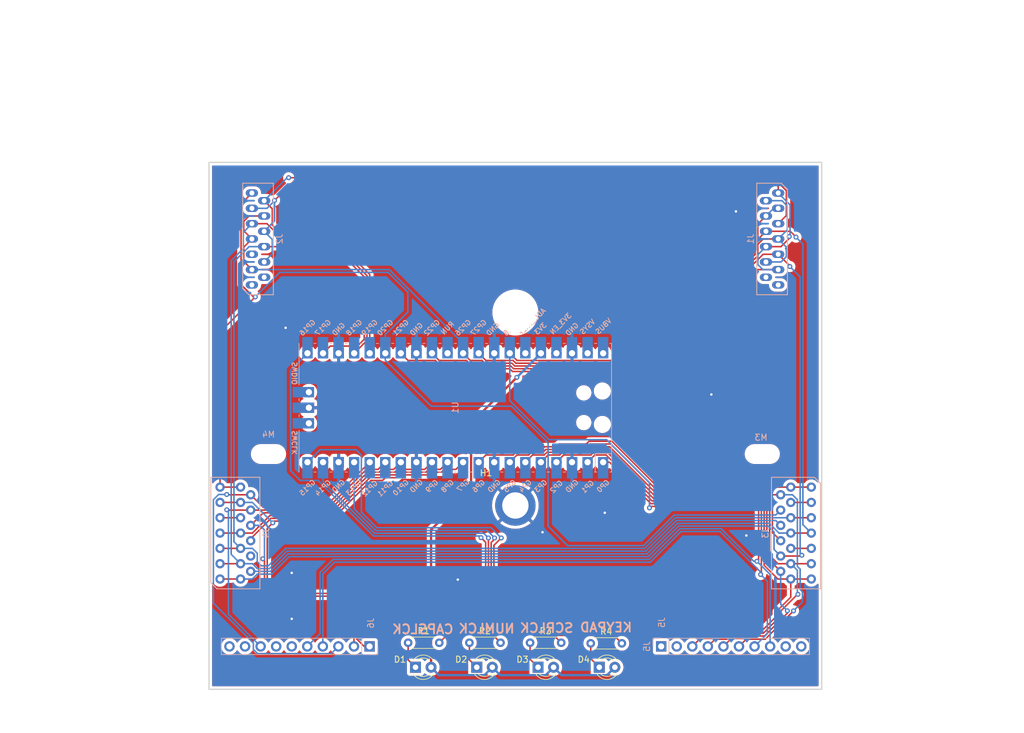
<source format=kicad_pcb>
(kicad_pcb (version 20211014) (generator pcbnew)
  (layers (0 "F.Cu" signal) (31 "B.Cu" signal) (34 "B.Paste" user) (35 "F.Paste" user) (36 "B.SilkS" user "B.Silkscreen") (37 "F.SilkS" user "F.Silkscreen") (38 "B.Mask" user) (39 "F.Mask" user) (44 "Edge.Cuts" user))
  (net 0 "")
  (net 1 "Net-(D1-Pad1)")
  (net 2 "/3V3")
  (net 3 "Net-(D2-Pad1)")
  (net 4 "Net-(D3-Pad1)")
  (net 5 "Net-(D4-Pad1)")
  (net 8 "/ROW_F1")
  (net 9 "/ROW_F2")
  (net 10 "/COL_4")
  (net 11 "/COL_3")
  (net 12 "/ROW_ESC")
  (net 13 "/COL_5")
  (net 14 "/COL_0")
  (net 15 "/COL_2")
  (net 16 "/COL_1")
  (net 20 "/ROW_6")
  (net 21 "/ROW_8")
  (net 22 "/ROW_7")
  (net 23 "unconnected-(J3-Pad9)")
  (net 24 "/ROW_MIN")
  (net 25 "unconnected-(J3-Pad3)")
  (net 26 "/ROW_9")
  (net 27 "/ROW_0")
  (net 28 "/ROW_5")
  (net 29 "/ROW_4")
  (net 30 "/ROW_3")
  (net 31 "unconnected-(J4-Pad9)")
  (net 32 "/ROW_2")
  (net 33 "/ROW_1")
  (net 34 "/ROW_EQL")
  (net 38 "/COL_6")
  (net 42 "GND")
  (net 46 "/LED_CAPS_LOCK")
  (net 47 "/LED_NUM_LOCK")
  (net 48 "/LED_SCROLL_LOCK")
  (net 49 "/LED_KEYPAD")
  (footprint "LED_THT:LED_D3.0mm" (layer "F.Cu") (at 133.7 132.4)
    (fp_text reference "D1")
    (fp_text value "LED_ALT")
  )
  (footprint "LED_THT:LED_D3.0mm" (layer "F.Cu") (at 143.7 132.4)
    (fp_text reference "D2")
    (fp_text value "LED_ALT")
  )
  (footprint "LED_THT:LED_D3.0mm" (layer "F.Cu") (at 153.7 132.4)
    (fp_text reference "D3")
    (fp_text value "LED_ALT")
  )
  (footprint "LED_THT:LED_D3.0mm" (layer "F.Cu") (at 163.7 132.4)
    (fp_text reference "D4")
    (fp_text value "LED_ALT")
  )
  (footprint "Resistor_THT:R_Axial_DIN0204_L3.6mm_D1.6mm_P5.08mm_Horizontal" (layer "F.Cu") (at 132.5 128.4)
    (fp_text reference "R1")
    (fp_text value "R_US")
  )
  (footprint "Resistor_THT:R_Axial_DIN0204_L3.6mm_D1.6mm_P5.08mm_Horizontal" (layer "F.Cu") (at 142.5 128.4)
    (fp_text reference "R2")
    (fp_text value "R_US")
  )
  (footprint "Resistor_THT:R_Axial_DIN0204_L3.6mm_D1.6mm_P5.08mm_Horizontal" (layer "F.Cu") (at 152.4 128.4)
    (fp_text reference "R3")
    (fp_text value "R_US")
  )
  (footprint "Resistor_THT:R_Axial_DIN0204_L3.6mm_D1.6mm_P5.08mm_Horizontal" (layer "F.Cu") (at 162.3 128.5)
    (fp_text reference "R4")
    (fp_text value "R_US")
  )
  (footprint "MountingHole:MountingHole_4.3mm_M4_Pad" (layer "F.Cu") (at 150 106)
    (fp_text reference "H1")
    (fp_text value "mounting pad")
  )
  (footprint "kinesisMod_board_connectors:Molex_0039532135" (layer "B.Cu") (at 191.9 62.5 -90)
    (fp_text reference "J1")
    (fp_text value "Conn_01x13")
  )
  (footprint "kinesisMod_board_connectors:Molex_0039532135" (layer "B.Cu") (at 108 62.5 90)
    (fp_text reference "J2")
    (fp_text value "Conn_01x13")
  )
  (footprint "kinesisMod_board_connectors:Molex_039532134" (layer "B.Cu") (at 195.8 110.5 -90)
    (fp_text reference "J3")
    (fp_text value "Conn_01x13")
  )
  (footprint "kinesisMod_board_connectors:Molex_039532134" (layer "B.Cu") (at 104.3 110.5 90)
    (fp_text reference "J4")
    (fp_text value "Conn_01x13")
  )
  (footprint "Pin_Headers:Pin_Header_Straight_1x10_Pitch2.54mm" (layer "B.Cu") (at 173.8 129 -90)
    (fp_text reference "J5")
    (fp_text value "Conn_01x10")
  )
  (footprint "Pin_Headers:Pin_Header_Straight_1x10_Pitch2.54mm" (layer "B.Cu") (at 126.2 129 90)
    (fp_text reference "J6")
    (fp_text value "Conn_01x10")
  )
  (footprint "Mounting_Holes:MountingHole_6.4mm_M6" (layer "B.Cu") (at 150 74.5)
    (fp_text reference "M1" hide)
    (fp_text value "MountingHole_6.4mm_M6")
  )
  (footprint "MountingHole:MountingHole_4.3mm_M4" (layer "B.Cu") (at 109.7 97.6)
    (fp_text reference "M4")
    (fp_text value "MountingHole_4.3mm_M4")
  )
  (footprint "MountingHole:MountingHole_4.3mm_M4" (layer "B.Cu") (at 190.3 97.6)
    (fp_text reference "M3")
    (fp_text value "MountingHole_4.3mm_M4")
  )
  (footprint "MCU_RaspberryPi_and_Boards:RPi_Pico_SMD_TH" (layer "B.Cu") (at 140.199 90.043 90)
    (fp_text reference "U1")
    (fp_text value "Pico")
  )
  (gr_line (start 100 136) (end 200 136) (layer "Edge.Cuts") (width 0.2))
  (gr_line (start 200 50) (end 100 50) (layer "Edge.Cuts") (width 0.2))
  (gr_line (start 200 136) (end 200 50) (layer "Edge.Cuts") (width 0.2))
  (gr_line (start 100 136) (end 100 50) (layer "Edge.Cuts") (width 0.2))
  (gr_text "NUMLCK" (at 145.3 126.1) (layer "B.SilkS") (effects (font (size 1.5 1.5) (thickness 0.3)) (justify mirror)))
  (gr_text "KEYPAD" (at 164.8 125.9) (layer "B.SilkS") (effects (font (size 1.5 1.5) (thickness 0.3)) (justify mirror)))
  (gr_text "CAPSLCK" (at 134.9 126.2) (layer "B.SilkS") (effects (font (size 1.5 1.5) (thickness 0.3)) (justify mirror)))
  (gr_text "SCRLCK" (at 155.1 126) (layer "B.SilkS") (effects (font (size 1.5 1.5) (thickness 0.3)) (justify mirror)))
  (segment (start 132.5 131.2) (end 133.7 132.4) (width 0.25) (layer "F.Cu") (net 1))
  (segment (start 132.5 128.4) (end 132.5 131.2) (width 0.25) (layer "F.Cu") (net 1))
  (segment (start 142.771989 103.428011) (end 142.771989 92.559011) (width 0.375) (layer "F.Cu") (net 2))
  (segment (start 136.24 109.96) (end 142.771989 103.428011) (width 0.375) (layer "F.Cu") (net 2))
  (segment (start 142.771989 92.559011) (end 146.431 88.9) (width 0.375) (layer "F.Cu") (net 2))
  (segment (start 136.24 132.4) (end 136.24 109.96) (width 0.375) (layer "F.Cu") (net 2))
  (segment (start 146.431 88.9) (end 150.241 85.09) (width 0.375) (layer "F.Cu") (net 2))
  (via (at 150.241 85.09) (size 0.8) (drill 0.4) (layers "F.Cu" "B.Cu") (net 2))
  (segment (start 146.24 132.4) (end 147.527011 133.687011) (width 0.375) (layer "B.Cu") (net 2))
  (segment (start 147.527011 133.687011) (end 154.952989 133.687011) (width 0.375) (layer "B.Cu") (net 2))
  (segment (start 157.527011 133.687011) (end 164.952989 133.687011) (width 0.375) (layer "B.Cu") (net 2))
  (segment (start 150.241 85.081) (end 154.169 81.153) (width 0.375) (layer "B.Cu") (net 2))
  (segment (start 154.952989 133.687011) (end 156.24 132.4) (width 0.375) (layer "B.Cu") (net 2))
  (segment (start 144.952989 133.687011) (end 146.24 132.4) (width 0.375) (layer "B.Cu") (net 2))
  (segment (start 136.24 132.4) (end 137.527011 133.687011) (width 0.375) (layer "B.Cu") (net 2))
  (segment (start 150.241 85.09) (end 150.241 85.081) (width 0.375) (layer "B.Cu") (net 2))
  (segment (start 164.952989 133.687011) (end 166.24 132.4) (width 0.375) (layer "B.Cu") (net 2))
  (segment (start 156.24 132.4) (end 157.527011 133.687011) (width 0.375) (layer "B.Cu") (net 2))
  (segment (start 137.527011 133.687011) (end 144.952989 133.687011) (width 0.375) (layer "B.Cu") (net 2))
  (segment (start 142.5 128.4) (end 142.5 131.2) (width 0.25) (layer "F.Cu") (net 3))
  (segment (start 142.5 131.2) (end 143.7 132.4) (width 0.25) (layer "F.Cu") (net 3))
  (segment (start 152.4 131.1) (end 153.7 132.4) (width 0.25) (layer "F.Cu") (net 4))
  (segment (start 152.4 128.4) (end 152.4 131.1) (width 0.25) (layer "F.Cu") (net 4))
  (segment (start 162.3 128.5) (end 162.3 131) (width 0.25) (layer "F.Cu") (net 5))
  (segment (start 162.3 131) (end 163.7 132.4) (width 0.25) (layer "F.Cu") (net 5))
  (segment (start 172.99408 71.991792) (end 172.99408 80.373792) (width 0.25) (layer "F.Cu") (net 8))
  (segment (start 141.821597 82.777031) (end 137.377314 82.777031) (width 0.25) (layer "F.Cu") (net 8))
  (segment (start 172.99408 80.373792) (end 169.242277 84.125591) (width 0.25) (layer "F.Cu") (net 8))
  (segment (start 144.624919 83.676071) (end 144.175399 83.226551) (width 0.25) (layer "F.Cu") (net 8))
  (segment (start 136.927794 82.327511) (end 132.483511 82.327511) (width 0.25) (layer "F.Cu") (net 8))
  (segment (start 132.483511 82.327511) (end 131.309 81.153) (width 0.25) (layer "F.Cu") (net 8))
  (segment (start 192.9 67.5) (end 177.485872 67.5) (width 0.25) (layer "F.Cu") (net 8))
  (segment (start 192.9 53.92825) (end 191.92127 52.94952) (width 0.25) (layer "F.Cu") (net 8))
  (segment (start 177.485872 67.5) (end 172.99408 71.991792) (width 0.25) (layer "F.Cu") (net 8))
  (segment (start 192.9 55) (end 192.9 53.92825) (width 0.25) (layer "F.Cu") (net 8))
  (segment (start 137.377314 82.777031) (end 136.927794 82.327511) (width 0.25) (layer "F.Cu") (net 8))
  (segment (start 191.92127 52.94952) (end 113.95048 52.94952) (width 0.25) (layer "F.Cu") (net 8))
  (segment (start 194.7 62.407468) (end 194.7 62.1) (width 0.25) (layer "F.Cu") (net 8))
  (segment (start 193.357468 63.75) (end 194.7 62.407468) (width 0.25) (layer "F.Cu") (net 8))
  (segment (start 144.175399 83.226551) (end 142.271117 83.226551) (width 0.25) (layer "F.Cu") (net 8))
  (segment (start 142.271117 83.226551) (end 141.821597 82.777031) (width 0.25) (layer "F.Cu") (net 8))
  (segment (start 149.069202 83.676071) (end 144.624919 83.676071) (width 0.25) (layer "F.Cu") (net 8))
  (segment (start 169.242277 84.125591) (end 149.518722 84.125591) (width 0.25) (layer "F.Cu") (net 8))
  (segment (start 113.95048 52.94952) (end 110.7 56.2) (width 0.25) (layer "F.Cu") (net 8))
  (segment (start 190.9 63.75) (end 193.357468 63.75) (width 0.25) (layer "F.Cu") (net 8))
  (segment (start 149.518722 84.125591) (end 149.069202 83.676071) (width 0.25) (layer "F.Cu") (net 8))
  (via (at 110.7 56.2) (size 0.8) (drill 0.4) (layers "F.Cu" "B.Cu") (net 8))
  (via (at 194.7 62.1) (size 0.8) (drill 0.4) (layers "F.Cu" "B.Cu") (net 8))
  (segment (start 189.57548 65.07452) (end 189.57548 66.67548) (width 0.25) (layer "B.Cu") (net 8))
  (segment (start 109 61.25) (end 110.32452 62.57452) (width 0.25) (layer "B.Cu") (net 8))
  (segment (start 107 57.5) (end 109.457468 57.5) (width 0.25) (layer "B.Cu") (net 8))
  (segment (start 189.57548 66.67548) (end 190.4 67.5) (width 0.25) (layer "B.Cu") (net 8))
  (segment (start 110.32452 62.57452) (end 110.32452 64.92548) (width 0.25) (layer "B.Cu") (net 8))
  (segment (start 194.831661 56.931661) (end 192.9 55) (width 0.25) (layer "B.Cu") (net 8))
  (segment (start 190.4 67.5) (end 192.9 67.5) (width 0.25) (layer "B.Cu") (net 8))
  (segment (start 109 61.25) (end 110.5 59.75) (width 0.25) (layer "B.Cu") (net 8))
  (segment (start 109.457468 57.5) (end 110.7 56.257468) (width 0.25) (layer "B.Cu") (net 8))
  (segment (start 194.7 62.1) (end 194.831661 61.968339) (width 0.25) (layer "B.Cu") (net 8))
  (segment (start 190.9 63.75) (end 189.57548 65.07452) (width 0.25) (layer "B.Cu") (net 8))
  (segment (start 194.831661 61.968339) (end 194.831661 56.931661) (width 0.25) (layer "B.Cu") (net 8))
  (segment (start 110.32452 64.92548) (end 109 66.25) (width 0.25) (layer "B.Cu") (net 8))
  (segment (start 110.5 59.75) (end 110.7 59.55) (width 0.25) (layer "B.Cu") (net 8))
  (segment (start 110.7 56.257468) (end 110.7 56.2) (width 0.25) (layer "B.Cu") (net 8))
  (segment (start 110.7 59.55) (end 110.7 56.2) (width 0.25) (layer "B.Cu") (net 8))
  (segment (start 107 62.5) (end 105.67548 63.82452) (width 0.25) (layer "F.Cu") (net 9))
  (segment (start 190.442532 62.5) (end 189.571266 63.371266) (width 0.25) (layer "F.Cu") (net 9))
  (segment (start 105.67548 61.17548) (end 107 62.5) (width 0.25) (layer "F.Cu") (net 9))
  (segment (start 168.869883 83.226551) (end 149.891116 83.226551) (width 0.25) (layer "F.Cu") (net 9))
  (segment (start 149.441596 82.777031) (end 144.997313 82.777031) (width 0.25) (layer "F.Cu") (net 9))
  (segment (start 105.67548 63.82452) (end 105.67548 66.17548) (width 0.25) (layer "F.Cu") (net 9))
  (segment (start 172.09504 71.619396) (end 172.09504 80.001396) (width 0.25) (layer "F.Cu") (net 9))
  (segment (start 142.643511 82.327511) (end 141.469 81.153) (width 0.25) (layer "F.Cu") (net 9))
  (segment (start 149.891116 83.226551) (end 149.441596 82.777031) (width 0.25) (layer "F.Cu") (net 9))
  (segment (start 188.205854 66.60096) (end 177.113476 66.60096) (width 0.25) (layer "F.Cu") (net 9))
  (segment (start 144.547793 82.327511) (end 142.643511 82.327511) (width 0.25) (layer "F.Cu") (net 9))
  (segment (start 106.542532 58.75) (end 105.67548 59.617052) (width 0.25) (layer "F.Cu") (net 9))
  (segment (start 105.67548 59.617052) (end 105.67548 61.17548) (width 0.25) (layer "F.Cu") (net 9))
  (segment (start 189.571266 63.371266) (end 189.571266 65.235548) (width 0.25) (layer "F.Cu") (net 9))
  (segment (start 192.9 62.5) (end 190.442532 62.5) (width 0.25) (layer "F.Cu") (net 9))
  (segment (start 177.113476 66.60096) (end 172.09504 71.619396) (width 0.25) (layer "F.Cu") (net 9))
  (segment (start 105.67548 66.17548) (end 107 67.5) (width 0.25) (layer "F.Cu") (net 9))
  (segment (start 144.997313 82.777031) (end 144.547793 82.327511) (width 0.25) (layer "F.Cu") (net 9))
  (segment (start 189.571266 65.235548) (end 188.205854 66.60096) (width 0.25) (layer "F.Cu") (net 9))
  (segment (start 172.09504 80.001396) (end 168.869883 83.226551) (width 0.25) (layer "F.Cu") (net 9))
  (segment (start 109 58.75) (end 106.542532 58.75) (width 0.25) (layer "F.Cu") (net 9))
  (segment (start 194.22452 65.382948) (end 194.22452 63.82452) (width 0.25) (layer "B.Cu") (net 9))
  (segment (start 190.9 66.25) (end 193.357468 66.25) (width 0.25) (layer "B.Cu") (net 9))
  (segment (start 193.357468 66.25) (end 194.22452 65.382948) (width 0.25) (layer "B.Cu") (net 9))
  (segment (start 194.382141 61.017859) (end 194.382141 57.117859) (width 0.25) (layer "B.Cu") (net 9))
  (segment (start 194.22452 63.82452) (end 192.9 62.5) (width 0.25) (layer "B.Cu") (net 9))
  (segment (start 122.873 67.5) (end 129.425022 67.5) (width 0.25) (layer "B.Cu") (net 9))
  (segment (start 194.382141 57.117859) (end 193.514282 56.25) (width 0.25) (layer "B.Cu") (net 9))
  (segment (start 193.514282 56.25) (end 190.9 56.25) (width 0.25) (layer "B.Cu") (net 9))
  (segment (start 192.9 62.5) (end 194.382141 61.017859) (width 0.25) (layer "B.Cu") (net 9))
  (segment (start 129.425022 67.5) (end 141.469 79.543978) (width 0.25) (layer "B.Cu") (net 9))
  (segment (start 107 67.5) (end 122.873 67.5) (width 0.25) (layer "B.Cu") (net 9))
  (segment (start 141.469 79.543978) (end 141.469 81.153) (width 0.25) (layer "B.Cu") (net 9))
  (segment (start 169.05608 83.676071) (end 149.704919 83.676071) (width 0.25) (layer "F.Cu") (net 10))
  (segment (start 172.54456 71.805594) (end 172.54456 80.187594) (width 0.25) (layer "F.Cu") (net 10))
  (segment (start 144.361596 82.777031) (end 142.457314 82.777031) (width 0.25) (layer "F.Cu") (net 10))
  (segment (start 192.9 65) (end 194.8 66.9) (width 0.25) (layer "F.Cu") (net 10))
  (segment (start 188.392052 67.05048) (end 177.299674 67.05048) (width 0.25) (layer "F.Cu") (net 10))
  (segment (start 144.811116 83.226551) (end 144.361596 82.777031) (width 0.25) (layer "F.Cu") (net 10))
  (segment (start 142.457314 82.777031) (end 142.007794 82.327511) (width 0.25) (layer "F.Cu") (net 10))
  (segment (start 177.299674 67.05048) (end 172.54456 71.805594) (width 0.25) (layer "F.Cu") (net 10))
  (segment (start 192.9 65) (end 190.442532 65) (width 0.25) (layer "F.Cu") (net 10))
  (segment (start 142.007794 82.327511) (end 137.563511 82.327511) (width 0.25) (layer "F.Cu") (net 10))
  (segment (start 194.8 66.9) (end 194.8 67) (width 0.25) (layer "F.Cu") (net 10))
  (segment (start 196.62498 114.25) (end 193.3 114.25) (width 0.25) (layer "F.Cu") (net 10))
  (segment (start 190.442532 65) (end 188.392052 67.05048) (width 0.25) (layer "F.Cu") (net 10))
  (segment (start 149.255399 83.226551) (end 144.811116 83.226551) (width 0.25) (layer "F.Cu") (net 10))
  (segment (start 172.54456 80.187594) (end 169.05608 83.676071) (width 0.25) (layer "F.Cu") (net 10))
  (segment (start 101.8 118) (end 105.15 118) (width 0.25) (layer "F.Cu") (net 10))
  (segment (start 137.563511 82.327511) (end 136.389 81.153) (width 0.25) (layer "F.Cu") (net 10))
  (segment (start 196.754611 114.120369) (end 196.62498 114.25) (width 0.25) (layer "F.Cu") (net 10))
  (segment (start 149.704919 83.676071) (end 149.255399 83.226551) (width 0.25) (layer "F.Cu") (net 10))
  (via (at 194.8 67) (size 0.8) (drill 0.4) (layers "F.Cu" "B.Cu") (net 10))
  (via (at 196.754611 114.120369) (size 0.8) (drill 0.4) (layers "F.Cu" "B.Cu") (net 10))
  (segment (start 196.479631 113.845389) (end 196.479631 68.679631) (width 0.25) (layer "B.Cu") (net 10))
  (segment (start 192.219889 113.169889) (end 192.219889 110.333116) (width 0.25) (layer "B.Cu") (net 10))
  (segment (start 171.658595 114.348559) (end 113.087159 114.348559) (width 0.25) (layer "B.Cu") (net 10))
  (segment (start 193.3 114.25) (end 192.219889 113.169889) (width 0.25) (layer "B.Cu") (net 10))
  (segment (start 196.754611 114.120369) (end 196.479631 113.845389) (width 0.25) (layer "B.Cu") (net 10))
  (segment (start 196.479631 68.679631) (end 194.8 67) (width 0.25) (layer "B.Cu") (net 10))
  (segment (start 192.219889 110.333116) (end 191.235333 109.34856) (width 0.25) (layer "B.Cu") (net 10))
  (segment (start 176.658594 109.34856) (end 171.658595 114.348559) (width 0.25) (layer "B.Cu") (net 10))
  (segment (start 107.877989 117.19952) (end 107.077509 118) (width 0.25) (layer "B.Cu") (net 10))
  (segment (start 107.077509 118) (end 105.15 118) (width 0.25) (layer "B.Cu") (net 10))
  (segment (start 113.087159 114.348559) (end 110.236197 117.19952) (width 0.25) (layer "B.Cu") (net 10))
  (segment (start 110.236197 117.19952) (end 107.877989 117.19952) (width 0.25) (layer "B.Cu") (net 10))
  (segment (start 191.235333 109.34856) (end 176.658594 109.34856) (width 0.25) (layer "B.Cu") (net 10))
  (segment (start 149.627793 82.327511) (end 145.183511 82.327511) (width 0.25) (layer "F.Cu") (net 11))
  (segment (start 190.9 61.25) (end 194.874614 61.25) (width 0.25) (layer "F.Cu") (net 11))
  (segment (start 195.8 62.175386) (end 195.8 62.2) (width 0.25) (layer "F.Cu") (net 11))
  (segment (start 176.927278 66.15144) (end 171.64552 71.433198) (width 0.25) (layer "F.Cu") (net 11))
  (segment (start 189.121746 63.028254) (end 189.121746 65.04935) (width 0.25) (layer "F.Cu") (net 11))
  (segment (start 194.95 110.5) (end 198.3 110.5) (width 0.25) (layer "F.Cu") (net 11))
  (segment (start 194.874614 61.25) (end 195.8 62.175386) (width 0.25) (layer "F.Cu") (net 11))
  (segment (start 189.121746 65.04935) (end 188.019656 66.15144) (width 0.25) (layer "F.Cu") (net 11))
  (segment (start 190.9 61.25) (end 189.121746 63.028254) (width 0.25) (layer "F.Cu") (net 11))
  (segment (start 150.077313 82.777031) (end 149.627793 82.327511) (width 0.25) (layer "F.Cu") (net 11))
  (segment (start 168.683686 82.777031) (end 150.077313 82.777031) (width 0.25) (layer "F.Cu") (net 11))
  (segment (start 145.183511 82.327511) (end 144.009 81.153) (width 0.25) (layer "F.Cu") (net 11))
  (segment (start 171.64552 71.433198) (end 171.64552 79.815198) (width 0.25) (layer "F.Cu") (net 11))
  (segment (start 188.019656 66.15144) (end 176.927278 66.15144) (width 0.25) (layer "F.Cu") (net 11))
  (segment (start 171.64552 79.815198) (end 168.683686 82.777031) (width 0.25) (layer "F.Cu") (net 11))
  (via (at 195.8 62.2) (size 0.8) (drill 0.4) (layers "F.Cu" "B.Cu") (net 11))
  (segment (start 198.3 110.5) (end 196.929151 109.129151) (width 0.25) (layer "B.Cu") (net 11))
  (segment (start 176.472396 108.89904) (end 191.421531 108.89904) (width 0.25) (layer "B.Cu") (net 11))
  (segment (start 171.472394 113.89904) (end 176.472396 108.89904) (width 0.25) (layer "B.Cu") (net 11))
  (segment (start 196.929151 109.129151) (end 196.929151 63.329151) (width 0.25) (layer "B.Cu") (net 11))
  (segment (start 191.421531 108.89904) (end 193.022491 110.5) (width 0.25) (layer "B.Cu") (net 11))
  (segment (start 112.90096 113.89904) (end 171.472394 113.89904) (width 0.25) (layer "B.Cu") (net 11))
  (segment (start 196.929151 63.329151) (end 195.8 62.2) (width 0.25) (layer "B.Cu") (net 11))
  (segment (start 193.022491 110.5) (end 194.95 110.5) (width 0.25) (layer "B.Cu") (net 11))
  (segment (start 110.05 116.75) (end 112.90096 113.89904) (width 0.25) (layer "B.Cu") (net 11))
  (segment (start 106.8 116.75) (end 110.05 116.75) (width 0.25) (layer "B.Cu") (net 11))
  (segment (start 192.107468 52.5) (end 113 52.5) (width 0.25) (layer "F.Cu") (net 12))
  (segment (start 110.32452 60.17548) (end 110.32452 57.57452) (width 0.25) (layer "F.Cu") (net 12))
  (segment (start 110.296593 60.203407) (end 110.32452 60.17548) (width 0.25) (layer "F.Cu") (net 12))
  (segment (start 126.229 81.153) (end 126.229 68.298564) (width 0.25) (layer "F.Cu") (net 12))
  (segment (start 194.22452 54.617052) (end 192.107468 52.5) (width 0.25) (layer "F.Cu") (net 12))
  (segment (start 126.229 68.298564) (end 120.781396 62.85096) (width 0.25) (layer "F.Cu") (net 12))
  (segment (start 192.9 60) (end 194.22452 58.67548) (width 0.25) (layer "F.Cu") (net 12))
  (segment (start 112.944146 62.85096) (end 110.296593 60.203407) (width 0.25) (layer "F.Cu") (net 12))
  (segment (start 120.781396 62.85096) (end 112.944146 62.85096) (width 0.25) (layer "F.Cu") (net 12))
  (segment (start 194.22452 58.67548) (end 194.22452 54.617052) (width 0.25) (layer "F.Cu") (net 12))
  (segment (start 110.32452 57.57452) (end 109 56.25) (width 0.25) (layer "F.Cu") (net 12))
  (via (at 113 52.5) (size 0.8) (drill 0.4) (layers "F.Cu" "B.Cu") (net 12))
  (segment (start 109 56.25) (end 112.75 52.5) (width 0.25) (layer "B.Cu") (net 12))
  (segment (start 112.75 52.5) (end 113 52.5) (width 0.25) (layer "B.Cu") (net 12))
  (segment (start 189.57548 60.07452) (end 189.57548 61.938802) (width 0.25) (layer "F.Cu") (net 13))
  (segment (start 188.672226 62.842056) (end 188.672226 64.863152) (width 0.25) (layer "F.Cu") (net 13))
  (segment (start 189.70096 106.67955) (end 189.70096 114.82502) (width 0.25) (layer "F.Cu") (net 13))
  (segment (start 150.263511 82.327511) (end 149.089 81.153) (width 0.25) (layer "F.Cu") (net 13))
  (segment (start 189.16805 106.14664) (end 172.123428 106.14664) (width 0.25) (layer "F.Cu") (net 13))
  (segment (start 188.672226 64.863152) (end 187.833458 65.70192) (width 0.25) (layer "F.Cu") (net 13))
  (segment (start 172.123428 106.14664) (end 171.886551 106.383517) (width 0.25) (layer "F.Cu") (net 13))
  (segment (start 168.497489 82.327511) (end 150.263511 82.327511) (width 0.25) (layer "F.Cu") (net 13))
  (segment (start 189.57548 61.938802) (end 188.672226 62.842056) (width 0.25) (layer "F.Cu") (net 13))
  (segment (start 176.74108 65.70192) (end 171.196 71.247) (width 0.25) (layer "F.Cu") (net 13))
  (segment (start 171.196 71.247) (end 171.196 79.629) (width 0.25) (layer "F.Cu") (net 13))
  (segment (start 190.9 58.75) (end 189.57548 60.07452) (width 0.25) (layer "F.Cu") (net 13))
  (segment (start 171.196 79.629) (end 168.497489 82.327511) (width 0.25) (layer "F.Cu") (net 13))
  (segment (start 189.16805 106.14664) (end 189.70096 106.67955) (width 0.25) (layer "F.Cu") (net 13))
  (segment (start 189.70096 114.82502) (end 189.42598 115.1) (width 0.25) (layer "F.Cu") (net 13))
  (segment (start 187.833458 65.70192) (end 176.74108 65.70192) (width 0.25) (layer "F.Cu") (net 13))
  (via (at 171.886551 106.383517) (size 0.8) (drill 0.4) (layers "F.Cu" "B.Cu") (net 13))
  (via (at 189.42598 115.1) (size 0.8) (drill 0.4) (layers "F.Cu" "B.Cu") (net 13))
  (segment (start 118.13048 116.933803) (end 120.266204 114.798079) (width 0.25) (layer "B.Cu") (net 13))
  (segment (start 191.58 118.18) (end 191.58 129) (width 0.25) (layer "B.Cu") (net 13))
  (segment (start 118.13048 126.90952) (end 118.13048 116.933803) (width 0.25) (layer "B.Cu") (net 13))
  (segment (start 183.59808 109.79808) (end 188.9 115.1) (width 0.25) (layer "B.Cu") (net 13))
  (segment (start 191.58 117.48) (end 191.58 117.25402) (width 0.25) (layer "B.Cu") (net 13))
  (segment (start 164.878554 95.25) (end 155.448718 95.25) (width 0.25) (layer "B.Cu") (net 13))
  (segment (start 171.886551 102.257997) (end 164.878554 95.25) (width 0.25) (layer "B.Cu") (net 13))
  (segment (start 120.266204 114.798079) (end 171.844792 114.798079) (width 0.25) (layer "B.Cu") (net 13))
  (segment (start 171.886551 106.383517) (end 171.886551 102.257997) (width 0.25) (layer "B.Cu") (net 13))
  (segment (start 155.448718 95.25) (end 149.089 88.890283) (width 0.25) (layer "B.Cu") (net 13))
  (segment (start 188.9 115.1) (end 189.42598 115.1) (width 0.25) (layer "B.Cu") (net 13))
  (segment (start 191.58 118.18) (end 191.58 117.48) (width 0.25) (layer "B.Cu") (net 13))
  (segment (start 149.089 88.890283) (end 149.089 81.153) (width 0.25) (layer "B.Cu") (net 13))
  (segment (start 116.04 129) (end 118.13048 126.90952) (width 0.25) (layer "B.Cu") (net 13))
  (segment (start 192.15 57.5) (end 190.9 58.75) (width 0.25) (layer "B.Cu") (net 13))
  (segment (start 176.844793 109.79808) (end 183.59808 109.79808) (width 0.25) (layer "B.Cu") (net 13))
  (segment (start 192.9 57.5) (end 192.15 57.5) (width 0.25) (layer "B.Cu") (net 13))
  (segment (start 171.844792 114.798079) (end 176.844793 109.79808) (width 0.25) (layer "B.Cu") (net 13))
  (segment (start 191.58 117.25402) (end 189.42598 115.1) (width 0.25) (layer "B.Cu") (net 13))
  (segment (start 105.22596 56.77404) (end 105.22596 69.933428) (width 0.25) (layer "F.Cu") (net 14))
  (segment (start 107 55) (end 105.22596 56.77404) (width 0.25) (layer "F.Cu") (net 14))
  (segment (start 105.22596 69.933428) (end 107.242532 71.95) (width 0.25) (layer "F.Cu") (net 14))
  (segment (start 101.8 77.7) (end 101.8 103) (width 0.25) (layer "F.Cu") (net 14))
  (segment (start 107.55 71.95) (end 101.8 77.7) (width 0.25) (layer "F.Cu") (net 14))
  (segment (start 101.8 103) (end 105.15 103) (width 0.25) (layer "F.Cu") (net 14))
  (segment (start 107.242532 71.95) (end 107.55 71.95) (width 0.25) (layer "F.Cu") (net 14))
  (via (at 107.55 71.95) (size 0.8) (drill 0.4) (layers "F.Cu" "B.Cu") (net 14))
  (segment (start 132.461 71.171696) (end 132.461 74.422) (width 0.25) (layer "B.Cu") (net 14))
  (segment (start 136.271 89.789) (end 128.769 82.287) (width 0.25) (layer "B.Cu") (net 14))
  (segment (start 129.238824 67.94952) (end 132.461 71.171696) (width 0.25) (layer "B.Cu") (net 14))
  (segment (start 155.343511 109.369511) (end 155.343511 95.780511) (width 0.25) (layer "B.Cu") (net 14))
  (segment (start 193.3 106.75) (end 192.49952 107.55048) (width 0.25) (layer "B.Cu") (net 14))
  (segment (start 170.913802 112.55048) (end 158.52448 112.55048) (width 0.25) (layer "B.Cu") (net 14))
  (segment (start 192.49952 107.55048) (end 175.913802 107.55048) (width 0.25) (layer "B.Cu") (net 14))
  (segment (start 175.913802 107.55048) (end 170.913802 112.55048) (width 0.25) (layer "B.Cu") (net 14))
  (segment (start 128.769 78.114) (end 128.769 81.153) (width 0.25) (layer "B.Cu") (net 14))
  (segment (start 107.55 71.95) (end 111.55048 67.94952) (width 0.25) (layer "B.Cu") (net 14))
  (segment (start 149.352 89.789) (end 136.271 89.789) (width 0.25) (layer "B.Cu") (net 14))
  (segment (start 128.769 82.287) (end 128.769 81.153) (width 0.25) (layer "B.Cu") (net 14))
  (segment (start 111.55048 67.94952) (end 129.238824 67.94952) (width 0.25) (layer "B.Cu") (net 14))
  (segment (start 155.343511 95.780511) (end 149.352 89.789) (width 0.25) (layer "B.Cu") (net 14))
  (segment (start 132.461 74.422) (end 128.769 78.114) (width 0.25) (layer "B.Cu") (net 14))
  (segment (start 158.52448 112.55048) (end 155.343511 109.369511) (width 0.25) (layer "B.Cu") (net 14))
  (segment (start 125.77948 79.06252) (end 125.77948 68.484762) (width 0.25) (layer "F.Cu") (net 15))
  (segment (start 123.689 81.153) (end 125.77948 79.06252) (width 0.25) (layer "F.Cu") (net 15))
  (segment (start 109.457468 60) (end 107 60) (width 0.25) (layer "F.Cu") (net 15))
  (segment (start 112.757948 63.30048) (end 109.457468 60) (width 0.25) (layer "F.Cu") (net 15))
  (segment (start 125.77948 68.484762) (end 120.595198 63.30048) (width 0.25) (layer "F.Cu") (net 15))
  (segment (start 120.595198 63.30048) (end 112.757948 63.30048) (width 0.25) (layer "F.Cu") (net 15))
  (segment (start 101.8 115.5) (end 105.15 115.5) (width 0.25) (layer "F.Cu") (net 15))
  (segment (start 103.620369 113.970369) (end 105.15 115.5) (width 0.25) (layer "B.Cu") (net 15))
  (segment (start 112.714762 113.44952) (end 109.863802 116.30048) (width 0.25) (layer "B.Cu") (net 15))
  (segment (start 109.863802 116.30048) (end 107.877989 116.30048) (width 0.25) (layer "B.Cu") (net 15))
  (segment (start 105.6 61.4) (end 105.6 64.056814) (width 0.25) (layer "B.Cu") (net 15))
  (segment (start 107 60) (end 105.6 61.4) (width 0.25) (layer "B.Cu") (net 15))
  (segment (start 192.49952 108.44952) (end 176.286198 108.44952) (width 0.25) (layer "B.Cu") (net 15))
  (segment (start 103.620369 66.036446) (end 103.620369 113.970369) (width 0.25) (layer "B.Cu") (net 15))
  (segment (start 176.286198 108.44952) (end 171.286197 113.44952) (width 0.25) (layer "B.Cu") (net 15))
  (segment (start 105.6 64.056814) (end 103.620369 66.036446) (width 0.25) (layer "B.Cu") (net 15))
  (segment (start 193.3 109.25) (end 192.49952 108.44952) (width 0.25) (layer "B.Cu") (net 15))
  (segment (start 107.077509 115.5) (end 105.15 115.5) (width 0.25) (layer "B.Cu") (net 15))
  (segment (start 107.877989 116.30048) (end 107.077509 115.5) (width 0.25) (layer "B.Cu") (net 15))
  (segment (start 171.286197 113.44952) (end 112.714762 113.44952) (width 0.25) (layer "B.Cu") (net 15))
  (segment (start 119.783511 79.978489) (end 124.227793 79.978489) (width 0.25) (layer "F.Cu") (net 16))
  (segment (start 120.409 63.75) (end 109 63.75) (width 0.25) (layer "F.Cu") (net 16))
  (segment (start 118.609 81.153) (end 119.783511 79.978489) (width 0.25) (layer "F.Cu") (net 16))
  (segment (start 194.95 108) (end 198.3 108) (width 0.25) (layer "F.Cu") (net 16))
  (segment (start 125.32996 78.876322) (end 125.32996 68.67096) (width 0.25) (layer "F.Cu") (net 16))
  (segment (start 124.227793 79.978489) (end 125.32996 78.876322) (width 0.25) (layer "F.Cu") (net 16))
  (segment (start 125.32996 68.67096) (end 120.409 63.75) (width 0.25) (layer "F.Cu") (net 16))
  (segment (start 101.8 113) (end 105.15 113) (width 0.25) (layer "F.Cu") (net 16))
  (segment (start 107.880111 115.180111) (end 108.55096 115.85096) (width 0.25) (layer "B.Cu") (net 16))
  (segment (start 109 63.75) (end 106.542532 63.75) (width 0.25) (layer "B.Cu") (net 16))
  (segment (start 107.880111 113.802602) (end 107.880111 115.180111) (width 0.25) (layer "B.Cu") (net 16))
  (segment (start 104.069889 111.919889) (end 105.15 113) (width 0.25) (layer "B.Cu") (net 16))
  (segment (start 176.1 108) (end 194.95 108) (width 0.25) (layer "B.Cu") (net 16))
  (segment (start 112.528564 113) (end 171.1 113) (width 0.25) (layer "B.Cu") (net 16))
  (segment (start 171.1 113) (end 176.1 108) (width 0.25) (layer "B.Cu") (net 16))
  (segment (start 107.077509 113) (end 107.880111 113.802602) (width 0.25) (layer "B.Cu") (net 16))
  (segment (start 109.677604 115.85096) (end 112.528564 113) (width 0.25) (layer "B.Cu") (net 16))
  (segment (start 105.15 113) (end 107.077509 113) (width 0.25) (layer "B.Cu") (net 16))
  (segment (start 104.069889 66.222643) (end 104.069889 111.919889) (width 0.25) (layer "B.Cu") (net 16))
  (segment (start 106.542532 63.75) (end 104.069889 66.222643) (width 0.25) (layer "B.Cu") (net 16))
  (segment (start 108.55096 115.85096) (end 109.677604 115.85096) (width 0.25) (layer "B.Cu") (net 16))
  (segment (start 192.620322 123.294748) (end 194.95 120.96507) (width 0.25) (layer "F.Cu") (net 20))
  (segment (start 190.6 106.307154) (end 190.6 115.757468) (width 0.25) (layer "F.Cu") (net 20))
  (segment (start 162.963511 97.758489) (end 161.789 98.933) (width 0.25) (layer "F.Cu") (net 20))
  (segment (start 192.842532 118) (end 194.95 118) (width 0.25) (layer "F.Cu") (net 20))
  (segment (start 186.7 126.80096) (end 187.1 126.40096) (width 0.25) (layer "F.Cu") (net 20))
  (segment (start 164.815499 97.758489) (end 162.963511 97.758489) (width 0.25) (layer "F.Cu") (net 20))
  (segment (start 192.620322 124.072524) (end 192.620322 123.294748) (width 0.25) (layer "F.Cu") (net 20))
  (segment (start 178.88 129) (end 180.18 127.7) (width 0.25) (layer "F.Cu") (net 20))
  (segment (start 187.1 126.40096) (end 190.291886 126.40096) (width 0.25) (layer "F.Cu") (net 20))
  (segment (start 182.084282 127.7) (end 182.408314 127.375969) (width 0.25) (layer "F.Cu") (net 20))
  (segment (start 184.3 127.375969) (end 184.875009 126.80096) (width 0.25) (layer "F.Cu") (net 20))
  (segment (start 190.6 115.757468) (end 192.842532 118) (width 0.25) (layer "F.Cu") (net 20))
  (segment (start 172.30461 105.2476) (end 164.815499 97.758489) (width 0.25) (layer "F.Cu") (net 20))
  (segment (start 194.95 120.96507) (end 194.95 118) (width 0.25) (layer "F.Cu") (net 20))
  (segment (start 180.18 127.7) (end 182.084282 127.7) (width 0.25) (layer "F.Cu") (net 20))
  (segment (start 194.95 118) (end 198.3 118) (width 0.25) (layer "F.Cu") (net 20))
  (segment (start 190.291886 126.40096) (end 192.620322 124.072524) (width 0.25) (layer "F.Cu") (net 20))
  (segment (start 184.875009 126.80096) (end 186.7 126.80096) (width 0.25) (layer "F.Cu") (net 20))
  (segment (start 189.540446 105.2476) (end 172.30461 105.2476) (width 0.25) (layer "F.Cu") (net 20))
  (segment (start 182.408314 127.375969) (end 184.3 127.375969) (width 0.25) (layer "F.Cu") (net 20))
  (segment (start 189.540446 105.2476) (end 190.6 106.307154) (width 0.25) (layer "F.Cu") (net 20))
  (segment (start 193.3 116.75) (end 191.05048 114.50048) (width 0.25) (layer "F.Cu") (net 21))
  (segment (start 183.96 129) (end 185.26 127.7) (width 0.25) (layer "F.Cu") (net 21))
  (segment (start 189.726644 104.79808) (end 172.490808 104.79808) (width 0.25) (layer "F.Cu") (net 21))
  (segment (start 191.05048 114.50048) (end 191.05048 106.121916) (width 0.25) (layer "F.Cu") (net 21))
  (segment (start 194.387701 123.576581) (end 194.387701 123.187701) (width 0.25) (layer "F.Cu") (net 21))
  (segment (start 162.327794 97.758489) (end 157.883511 97.758489) (width 0.25) (layer "F.Cu") (net 21))
  (segment (start 187.164282 127.7) (end 187.488314 127.375969) (width 0.25) (layer "F.Cu") (net 21))
  (segment (start 190.664282 127.3) (end 194.387701 123.576581) (width 0.25) (layer "F.Cu") (net 21))
  (segment (start 191.05048 106.121916) (end 189.726644 104.79808) (width 0.25) (layer "F.Cu") (net 21))
  (segment (start 187.564283 127.3) (end 190.664282 127.3) (width 0.25) (layer "F.Cu") (net 21))
  (segment (start 185.26 127.7) (end 187.164282 127.7) (width 0.25) (layer "F.Cu") (net 21))
  (segment (start 187.488314 127.375969) (end 187.564283 127.3) (width 0.25) (layer "F.Cu") (net 21))
  (segment (start 162.777314 97.308969) (end 162.327794 97.758489) (width 0.25) (layer "F.Cu") (net 21))
  (segment (start 165.001696 97.308969) (end 162.777314 97.308969) (width 0.25) (layer "F.Cu") (net 21))
  (segment (start 172.490808 104.79808) (end 165.001696 97.308969) (width 0.25) (layer "F.Cu") (net 21))
  (segment (start 157.883511 97.758489) (end 156.709 98.933) (width 0.25) (layer "F.Cu") (net 21))
  (via (at 194.387701 123.187701) (size 0.8) (drill 0.4) (layers "F.Cu" "B.Cu") (net 21))
  (segment (start 193.3 122.1) (end 194.387701 123.187701) (width 0.25) (layer "B.Cu") (net 21))
  (segment (start 193.3 116.75) (end 193.3 122.1) (width 0.25) (layer "B.Cu") (net 21))
  (segment (start 192.842532 115.5) (end 191.5 114.157468) (width 0.25) (layer "F.Cu") (net 22))
  (segment (start 182.594511 127.825489) (end 184.498793 127.825489) (width 0.25) (layer "F.Cu") (net 22))
  (segment (start 189.912842 104.34856) (end 172.677006 104.34856) (width 0.25) (layer "F.Cu") (net 22))
  (segment (start 194.95 115.5) (end 198.3 115.5) (width 0.25) (layer "F.Cu") (net 22))
  (segment (start 157.247793 97.758489) (end 155.343511 97.758489) (width 0.25) (layer "F.Cu") (net 22))
  (segment (start 157.697313 97.308969) (end 157.247793 97.758489) (width 0.25) (layer "F.Cu") (net 22))
  (segment (start 190.478084 126.85048) (end 193.069842 124.258722) (width 0.25) (layer "F.Cu") (net 22))
  (segment (start 187.378086 126.85048) (end 190.478084 126.85048) (width 0.25) (layer "F.Cu") (net 22))
  (segment (start 196.050788 120.5) (end 196.1245 120.5) (width 0.25) (layer "F.Cu") (net 22))
  (segment (start 162.591116 96.859449) (end 162.141596 97.308969) (width 0.25) (layer "F.Cu") (net 22))
  (segment (start 194.95 115.5) (end 192.842532 115.5) (width 0.25) (layer "F.Cu") (net 22))
  (segment (start 162.141596 97.308969) (end 157.697313 97.308969) (width 0.25) (layer "F.Cu") (net 22))
  (segment (start 193.069842 123.480946) (end 196.050788 120.5) (width 0.25) (layer "F.Cu") (net 22))
  (segment (start 184.498793 127.825489) (end 185.073803 127.25048) (width 0.25) (layer "F.Cu") (net 22))
  (segment (start 193.069842 124.258722) (end 193.069842 123.480946) (width 0.25) (layer "F.Cu") (net 22))
  (segment (start 165.187893 96.859449) (end 162.591116 96.859449) (width 0.25) (layer "F.Cu") (net 22))
  (segment (start 155.343511 97.758489) (end 154.169 98.933) (width 0.25) (layer "F.Cu") (net 22))
  (segment (start 185.073803 127.25048) (end 186.978086 127.25048) (width 0.25) (layer "F.Cu") (net 22))
  (segment (start 181.42 129) (end 182.594511 127.825489) (width 0.25) (layer "F.Cu") (net 22))
  (segment (start 186.978086 127.25048) (end 187.378086 126.85048) (width 0.25) (layer "F.Cu") (net 22))
  (segment (start 191.5 105.935718) (end 189.912842 104.34856) (width 0.25) (layer "F.Cu") (net 22))
  (segment (start 172.677006 104.34856) (end 165.187893 96.859449) (width 0.25) (layer "F.Cu") (net 22))
  (segment (start 191.5 114.157468) (end 191.5 105.935718) (width 0.25) (layer "F.Cu") (net 22))
  (via (at 196.1245 120.5) (size 0.8) (drill 0.4) (layers "F.Cu" "B.Cu") (net 22))
  (segment (start 196.030111 120.405611) (end 196.1245 120.5) (width 0.25) (layer "B.Cu") (net 22))
  (segment (start 194.95 115.5) (end 196.030111 116.580111) (width 0.25) (layer "B.Cu") (net 22))
  (segment (start 196.030111 116.580111) (end 196.030111 120.405611) (width 0.25) (layer "B.Cu") (net 22))
  (segment (start 194.95 113) (end 198.3 113) (width 0.25) (layer "F.Cu") (net 23))
  (segment (start 152.803511 97.758489) (end 151.629 98.933) (width 0.25) (layer "F.Cu") (net 24))
  (segment (start 157.511115 96.859449) (end 157.061595 97.308969) (width 0.25) (layer "F.Cu") (net 24))
  (segment (start 157.061595 97.308969) (end 155.157313 97.308969) (width 0.25) (layer "F.Cu") (net 24))
  (segment (start 161.955398 96.859449) (end 157.511115 96.859449) (width 0.25) (layer "F.Cu") (net 24))
  (segment (start 190.09904 103.89904) (end 172.863204 103.89904) (width 0.25) (layer "F.Cu") (net 24))
  (segment (start 172.863204 103.89904) (end 165.37409 96.409929) (width 0.25) (layer "F.Cu") (net 24))
  (segment (start 162.404918 96.409929) (end 161.955398 96.859449) (width 0.25) (layer "F.Cu") (net 24))
  (segment (start 191.94952 105.749521) (end 190.09904 103.89904) (width 0.25) (layer "F.Cu") (net 24))
  (segment (start 165.37409 96.409929) (end 162.404918 96.409929) (width 0.25) (layer "F.Cu") (net 24))
  (segment (start 154.707793 97.758489) (end 152.803511 97.758489) (width 0.25) (layer "F.Cu") (net 24))
  (segment (start 193.3 111.75) (end 191.94952 110.39952) (width 0.25) (layer "F.Cu") (net 24))
  (segment (start 155.157313 97.308969) (end 154.707793 97.758489) (width 0.25) (layer "F.Cu") (net 24))
  (segment (start 191.94952 110.39952) (end 191.94952 105.749521) (width 0.25) (layer "F.Cu") (net 24))
  (segment (start 194.95 105.5) (end 198.3 105.5) (width 0.25) (layer "F.Cu") (net 25))
  (segment (start 186.5 129) (end 187.674511 127.825489) (width 0.25) (layer "F.Cu") (net 26))
  (segment (start 193.3 104.25) (end 191.085718 104.25) (width 0.25) (layer "F.Cu") (net 26))
  (segment (start 165.560287 95.960409) (end 162.21872 95.960409) (width 0.25) (layer "F.Cu") (net 26))
  (segment (start 173.049402 103.44952) (end 165.560287 95.960409) (width 0.25) (layer "F.Cu") (net 26))
  (segment (start 154.521596 97.308969) (end 152.617314 97.308969) (width 0.25) (layer "F.Cu") (net 26))
  (segment (start 150.263511 97.758489) (end 149.089 98.933) (width 0.25) (layer "F.Cu") (net 26))
  (segment (start 152.167794 97.758489) (end 150.263511 97.758489) (width 0.25) (layer "F.Cu") (net 26))
  (segment (start 190.774511 127.825489) (end 195.4 123.2) (width 0.25) (layer "F.Cu") (net 26))
  (segment (start 191.085718 104.25) (end 190.285238 103.44952) (width 0.25) (layer "F.Cu") (net 26))
  (segment (start 190.285238 103.44952) (end 173.049402 103.44952) (width 0.25) (layer "F.Cu") (net 26))
  (segment (start 154.971116 96.859449) (end 154.521596 97.308969) (width 0.25) (layer "F.Cu") (net 26))
  (segment (start 152.617314 97.308969) (end 152.167794 97.758489) (width 0.25) (layer "F.Cu") (net 26))
  (segment (start 161.7692 96.409929) (end 157.324917 96.409929) (width 0.25) (layer "F.Cu") (net 26))
  (segment (start 157.324917 96.409929) (end 156.875397 96.859449) (width 0.25) (layer "F.Cu") (net 26))
  (segment (start 156.875397 96.859449) (end 154.971116 96.859449) (width 0.25) (layer "F.Cu") (net 26))
  (segment (start 162.21872 95.960409) (end 161.7692 96.409929) (width 0.25) (layer "F.Cu") (net 26))
  (segment (start 187.674511 127.825489) (end 190.774511 127.825489) (width 0.25) (layer "F.Cu") (net 26))
  (via (at 195.4 123.2) (size 0.8) (drill 0.4) (layers "F.Cu" "B.Cu") (net 26))
  (segment (start 195.227509 104.25) (end 193.3 104.25) (width 0.25) (layer "B.Cu") (net 26))
  (segment (start 196.849011 121.750989) (end 196.849011 120.06938) (width 0.25) (layer "B.Cu") (net 26))
  (segment (start 196.479631 116.393914) (end 196.030111 115.944394) (width 0.25) (layer "B.Cu") (net 26))
  (segment (start 195.4 123.2) (end 196.849011 121.750989) (width 0.25) (layer "B.Cu") (net 26))
  (segment (start 196.030111 115.944394) (end 196.030111 105.052602) (width 0.25) (layer "B.Cu") (net 26))
  (segment (start 196.479631 119.7) (end 196.479631 116.393914) (width 0.25) (layer "B.Cu") (net 26))
  (segment (start 196.030111 105.052602) (end 195.227509 104.25) (width 0.25) (layer "B.Cu") (net 26))
  (segment (start 196.849011 120.06938) (end 196.479631 119.7) (width 0.25) (layer "B.Cu") (net 26))
  (segment (start 162.032522 95.510889) (end 161.583002 95.960409) (width 0.25) (layer "F.Cu") (net 27))
  (segment (start 161.583002 95.960409) (end 157.138719 95.960409) (width 0.25) (layer "F.Cu") (net 27))
  (segment (start 165.746484 95.510889) (end 162.032523 95.510889) (width 0.25) (layer "F.Cu") (net 27))
  (segment (start 150.077313 97.308969) (end 149.627793 97.758489) (width 0.25) (layer "F.Cu") (net 27))
  (segment (start 151.981596 97.308969) (end 150.077313 97.308969) (width 0.25) (layer "F.Cu") (net 27))
  (segment (start 176.657 103) (end 173.2356 103) (width 0.25) (layer "F.Cu") (net 27))
  (segment (start 188.976 103) (end 176.657 103) (width 0.25) (layer "F.Cu") (net 27))
  (segment (start 157.138719 95.960409) (end 156.689199 96.409929) (width 0.25) (layer "F.Cu") (net 27))
  (segment (start 173.2356 103) (end 165.746484 95.510889) (width 0.25) (layer "F.Cu") (net 27))
  (segment (start 154.784918 96.409929) (end 154.335398 96.859449) (width 0.25) (layer "F.Cu") (net 27))
  (segment (start 149.627793 97.758489) (end 145.183511 97.758489) (width 0.25) (layer "F.Cu") (net 27))
  (segment (start 154.335398 96.859449) (end 153.203551 96.859449) (width 0.25) (layer "F.Cu") (net 27))
  (segment (start 152.431116 96.859449) (end 151.981596 97.308969) (width 0.25) (layer "F.Cu") (net 27))
  (segment (start 194.95 103) (end 198.3 103) (width 0.25) (layer "F.Cu") (net 27))
  (segment (start 162.032523 95.510889) (end 162.032522 95.510889) (width 0.25) (layer "F.Cu") (net 27))
  (segment (start 156.689199 96.409929) (end 154.784918 96.409929) (width 0.25) (layer "F.Cu") (net 27))
  (segment (start 194.95 103) (end 188.976 103) (width 0.25) (layer "F.Cu") (net 27))
  (segment (start 145.183511 97.758489) (end 144.009 98.933) (width 0.25) (layer "F.Cu") (net 27))
  (segment (start 153.203551 96.859449) (end 152.431116 96.859449) (width 0.25) (layer "F.Cu") (net 27))
  (segment (start 108.85048 106.30048) (end 118.86152 106.30048) (width 0.25) (layer "F.Cu") (net 28))
  (segment (start 106.8 104.25) (end 108.85048 106.30048) (width 0.25) (layer "F.Cu") (net 28))
  (segment (start 118.86152 106.30048) (end 126.229 98.933) (width 0.25) (layer "F.Cu") (net 28))
  (segment (start 102.945869 104.25) (end 106.8 104.25) (width 0.25) (layer "F.Cu") (net 28))
  (segment (start 102.895869 104.2) (end 102.945869 104.25) (width 0.25) (layer "F.Cu") (net 28))
  (via (at 102.895869 104.2) (size 0.8) (drill 0.4) (layers "F.Cu" "B.Cu") (net 28))
  (segment (start 103.620369 124.836086) (end 107.245489 128.461206) (width 0.25) (layer "B.Cu") (net 28))
  (segment (start 107.245489 129.486499) (end 107.933501 130.174511) (width 0.25) (layer "B.Cu") (net 28))
  (segment (start 107.933501 130.174511) (end 119.945489 130.174511) (width 0.25) (layer "B.Cu") (net 28))
  (segment (start 101.572491 104.2) (end 102.895869 104.2) (width 0.25) (layer "B.Cu") (net 28))
  (segment (start 100.719889 121.935606) (end 100.719889 105.052602) (width 0.25) (layer "B.Cu") (net 28))
  (segment (start 119.945489 130.174511) (end 121.12 129) (width 0.25) (layer "B.Cu") (net 28))
  (segment (start 100.719889 105.052602) (end 101.572491 104.2) (width 0.25) (layer "B.Cu") (net 28))
  (segment (start 107.245489 128.461206) (end 107.245489 129.486499) (width 0.25) (layer "B.Cu") (net 28))
  (segment (start 103.620369 124.836086) (end 100.719889 121.935606) (width 0.25) (layer "B.Cu") (net 28))
  (segment (start 110.689746 108.54808) (end 110.407383 108.830443) (width 0.25) (layer "F.Cu") (net 29))
  (segment (start 138.390207 100.107511) (end 140.294489 100.107511) (width 0.25) (layer "F.Cu") (net 29))
  (segment (start 128.339279 101.905591) (end 128.788799 101.456071) (width 0.25) (layer "F.Cu") (net 29))
  (segment (start 119.800791 108.54808) (end 126.44328 101.905591) (width 0.25) (layer "F.Cu") (net 29))
  (segment (start 120.286198 120.35048) (end 124.10952 124.173802) (width 0.25) (layer "F.Cu") (net 29))
  (segment (start 140.294489 100.107511) (end 141.469 98.933) (width 0.25) (layer "F.Cu") (net 29))
  (segment (start 128.788799 101.456071) (end 130.693083 101.456071) (width 0.25) (layer "F.Cu") (net 29))
  (segment (start 109.5 119.30096) (end 110.54952 120.35048) (width 0.25) (layer "F.Cu") (net 29))
  (segment (start 110.54952 120.35048) (end 120.286198 120.35048) (width 0.25) (layer "F.Cu") (net 29))
  (segment (start 118.40092 108.54808) (end 119.800791 108.54808) (width 0.25) (layer "F.Cu") (net 29))
  (segment (start 136.036405 100.557031) (end 137.940687 100.557031) (width 0.25) (layer "F.Cu") (net 29))
  (segment (start 124.10952 127.78851) (end 125.32101 129) (width 0.25) (layer "F.Cu") (net 29))
  (segment (start 130.693083 101.456071) (end 131.142603 101.006551) (width 0.25) (layer "F.Cu") (net 29))
  (segment (start 109.5 109.737826) (end 109.5 119.30096) (width 0.25) (layer "F.Cu") (net 29))
  (segment (start 101.8 105.5) (end 105.15 105.5) (width 0.25) (layer "F.Cu") (net 29))
  (segment (start 110.407383 108.830443) (end 109.5 109.737826) (width 0.25) (layer "F.Cu") (net 29))
  (segment (start 137.940687 100.557031) (end 138.390207 100.107511) (width 0.25) (layer "F.Cu") (net 29))
  (segment (start 124.10952 124.173802) (end 124.10952 127.78851) (width 0.25) (layer "F.Cu") (net 29))
  (segment (start 126.44328 101.905591) (end 128.339279 101.905591) (width 0.25) (layer "F.Cu") (net 29))
  (segment (start 131.142603 101.006551) (end 135.586885 101.006551) (width 0.25) (layer "F.Cu") (net 29))
  (segment (start 135.586885 101.006551) (end 136.036405 100.557031) (width 0.25) (layer "F.Cu") (net 29))
  (segment (start 118.40092 108.54808) (end 110.689746 108.54808) (width 0.25) (layer "F.Cu") (net 29))
  (segment (start 125.32101 129) (end 126.2 129) (width 0.25) (layer "F.Cu") (net 29))
  (via (at 110.407383 108.830443) (size 0.8) (drill 0.4) (layers "F.Cu" "B.Cu") (net 29))
  (segment (start 105.15 105.5) (end 107.077509 105.5) (width 0.25) (layer "B.Cu") (net 29))
  (segment (start 107.077509 105.5) (end 109.238755 107.661245) (width 0.25) (layer "B.Cu") (net 29))
  (segment (start 109.238755 107.661245) (end 110.407383 108.829873) (width 0.25) (layer "B.Cu") (net 29))
  (segment (start 110.407383 108.829873) (end 110.407383 108.830443) (width 0.25) (layer "B.Cu") (net 29))
  (segment (start 102.945869 106.75) (end 106.8 106.75) (width 0.25) (layer "F.Cu") (net 30))
  (segment (start 102.895869 106.7) (end 102.945869 106.75) (width 0.25) (layer "F.Cu") (net 30))
  (segment (start 116.275 106.75) (end 119.056 106.75) (width 0.25) (layer "F.Cu") (net 30))
  (segment (start 127.594489 100.107511) (end 128.769 98.933) (width 0.25) (layer "F.Cu") (net 30))
  (segment (start 125.690207 100.107511) (end 127.594489 100.107511) (width 0.25) (layer "F.Cu") (net 30))
  (segment (start 119.056 106.75) (end 119.056 106.741718) (width 0.25) (layer "F.Cu") (net 30))
  (segment (start 119.056 106.741718) (end 125.690207 100.107511) (width 0.25) (layer "F.Cu") (net 30))
  (segment (start 116.275 106.75) (end 106.8 106.75) (width 0.25) (layer "F.Cu") (net 30))
  (via (at 102.895869 106.7) (size 0.8) (drill 0.4) (layers "F.Cu" "B.Cu") (net 30))
  (segment (start 104.069889 124.649889) (end 103.170849 123.750849) (width 0.25) (layer "B.Cu") (net 30))
  (segment (start 103.170849 123.750849) (end 103.170849 107.5) (width 0.25) (layer "B.Cu") (net 30))
  (segment (start 103.170849 106.97498) (end 102.895869 106.7) (width 0.25) (layer "B.Cu") (net 30))
  (segment (start 103.170849 107.5) (end 103.170849 106.97498) (width 0.25) (layer "B.Cu") (net 30))
  (segment (start 104.069889 124.649889) (end 108.42 129) (width 0.25) (layer "B.Cu") (net 30))
  (segment (start 101.8 108) (end 105.15 108) (width 0.25) (layer "F.Cu") (net 31))
  (segment (start 127.780686 100.557031) (end 128.230206 100.107511) (width 0.25) (layer "F.Cu") (net 32))
  (segment (start 123.66 124.36) (end 123.66 129) (width 0.25) (layer "F.Cu") (net 32))
  (segment (start 108.7755 114.700091) (end 109.05048 114.975071) (width 0.25) (layer "F.Cu") (net 32))
  (segment (start 130.134489 100.107511) (end 131.309 98.933) (width 0.25) (layer "F.Cu") (net 32))
  (segment (start 120.1 120.8) (end 123.66 124.36) (width 0.25) (layer "F.Cu") (net 32))
  (segment (start 125.884686 100.557031) (end 127.780686 100.557031) (width 0.25) (layer "F.Cu") (net 32))
  (segment (start 128.230206 100.107511) (end 130.134489 100.107511) (width 0.25) (layer "F.Cu") (net 32))
  (segment (start 109.05048 114.975071) (end 109.05048 119.487157) (width 0.25) (layer "F.Cu") (net 32))
  (segment (start 116.34352 107.19952) (end 119.242197 107.19952) (width 0.25) (layer "F.Cu") (net 32))
  (segment (start 108.85048 107.19952) (end 106.8 109.25) (width 0.25) (layer "F.Cu") (net 32))
  (segment (start 110.363323 120.8) (end 120.1 120.8) (width 0.25) (layer "F.Cu") (net 32))
  (segment (start 119.242197 107.19952) (end 125.884686 100.557031) (width 0.25) (layer "F.Cu") (net 32))
  (segment (start 116.34352 107.19952) (end 108.85048 107.19952) (width 0.25) (layer "F.Cu") (net 32))
  (segment (start 109.05048 119.487157) (end 110.363323 120.8) (width 0.25) (layer "F.Cu") (net 32))
  (via (at 108.7755 114.700091) (size 0.8) (drill 0.4) (layers "F.Cu" "B.Cu") (net 32))
  (segment (start 109.05048 114.425111) (end 109.05048 110) (width 0.25) (layer "B.Cu") (net 32))
  (segment (start 109.05048 110) (end 108.30048 109.25) (width 0.25) (layer "B.Cu") (net 32))
  (segment (start 108.30048 109.25) (end 106.8 109.25) (width 0.25) (layer "B.Cu") (net 32))
  (segment (start 108.7755 114.700091) (end 109.05048 114.425111) (width 0.25) (layer "B.Cu") (net 32))
  (segment (start 119.428395 107.64904) (end 126.070884 101.006551) (width 0.25) (layer "F.Cu") (net 33))
  (segment (start 116.15804 107.64904) (end 109.928469 107.64904) (width 0.25) (layer "F.Cu") (net 33))
  (segment (start 128.416404 100.557031) (end 130.320687 100.557031) (width 0.25) (layer "F.Cu") (net 33))
  (segment (start 109.928469 107.64904) (end 107.077509 110.5) (width 0.25) (layer "F.Cu") (net 33))
  (segment (start 130.320687 100.557031) (end 130.770207 100.107511) (width 0.25) (layer "F.Cu") (net 33))
  (segment (start 126.070884 101.006551) (end 127.966884 101.006551) (width 0.25) (layer "F.Cu") (net 33))
  (segment (start 107.077509 110.5) (end 105.15 110.5) (width 0.25) (layer "F.Cu") (net 33))
  (segment (start 135.214489 100.107511) (end 136.389 98.933) (width 0.25) (layer "F.Cu") (net 33))
  (segment (start 101.8 110.5) (end 105.15 110.5) (width 0.25) (layer "F.Cu") (net 33))
  (segment (start 127.966884 101.006551) (end 128.416404 100.557031) (width 0.25) (layer "F.Cu") (net 33))
  (segment (start 130.770207 100.107511) (end 135.214489 100.107511) (width 0.25) (layer "F.Cu") (net 33))
  (segment (start 116.15804 107.64904) (end 119.428395 107.64904) (width 0.25) (layer "F.Cu") (net 33))
  (segment (start 135.850207 100.107511) (end 137.754489 100.107511) (width 0.25) (layer "F.Cu") (net 34))
  (segment (start 135.400687 100.557031) (end 135.850207 100.107511) (width 0.25) (layer "F.Cu") (net 34))
  (segment (start 118.38556 108.09856) (end 119.614593 108.09856) (width 0.25) (layer "F.Cu") (net 34))
  (segment (start 106.8 111.413227) (end 106.8 111.75) (width 0.25) (layer "F.Cu") (net 34))
  (segment (start 137.754489 100.107511) (end 138.929 98.933) (width 0.25) (layer "F.Cu") (net 34))
  (segment (start 119.614593 108.09856) (end 126.257082 101.456071) (width 0.25) (layer "F.Cu") (net 34))
  (segment (start 118.38556 108.09856) (end 110.114667 108.09856) (width 0.25) (layer "F.Cu") (net 34))
  (segment (start 130.506885 101.006551) (end 130.956405 100.557031) (width 0.25) (layer "F.Cu") (net 34))
  (segment (start 130.956405 100.557031) (end 135.400687 100.557031) (width 0.25) (layer "F.Cu") (net 34))
  (segment (start 128.602602 101.006551) (end 130.506885 101.006551) (width 0.25) (layer "F.Cu") (net 34))
  (segment (start 110.114667 108.09856) (end 106.8 111.413227) (width 0.25) (layer "F.Cu") (net 34))
  (segment (start 128.153082 101.456071) (end 128.602602 101.006551) (width 0.25) (layer "F.Cu") (net 34))
  (segment (start 126.257082 101.456071) (end 128.153082 101.456071) (width 0.25) (layer "F.Cu") (net 34))
  (segment (start 165.354292 98.933) (end 164.329 98.933) (width 0.25) (layer "F.Cu") (net 38))
  (segment (start 172.118412 105.69712) (end 165.354292 98.933) (width 0.25) (layer "F.Cu") (net 38))
  (segment (start 190.15048 106.493352) (end 189.354248 105.69712) (width 0.25) (layer "F.Cu") (net 38))
  (segment (start 189.354248 105.69712) (end 172.118412 105.69712) (width 0.25) (layer "F.Cu") (net 38))
  (segment (start 190.037701 117.262299) (end 190.15048 117.14952) (width 0.25) (layer "F.Cu") (net 38))
  (segment (start 190.15048 117.14952) (end 190.15048 106.493352) (width 0.25) (layer "F.Cu") (net 38))
  (via (at 190.037701 117.262299) (size 0.8) (drill 0.4) (layers "F.Cu" "B.Cu") (net 38))
  (segment (start 191.13048 118.355078) (end 190.037701 117.262299) (width 0.25) (layer "B.Cu") (net 38))
  (segment (start 190.037701 116.873419) (end 183.411882 110.2476) (width 0.25) (layer "B.Cu") (net 38))
  (segment (start 183.411882 110.2476) (end 177.03099 110.2476) (width 0.25) (layer "B.Cu") (net 38))
  (segment (start 172.030989 115.247599) (end 120.512401 115.247599) (width 0.25) (layer "B.Cu") (net 38))
  (segment (start 191.13048 126.90952) (end 190.47 127.57) (width 0.25) (layer "B.Cu") (net 38))
  (segment (start 120.512401 115.247599) (end 118.58 117.18) (width 0.25) (layer "B.Cu") (net 38))
  (segment (start 191.13048 126.90952) (end 191.13048 118.355078) (width 0.25) (layer "B.Cu") (net 38))
  (segment (start 190.47 127.57) (end 189.04 129) (width 0.25) (layer "B.Cu") (net 38))
  (segment (start 118.58 117.18) (end 118.58 129) (width 0.25) (layer "B.Cu") (net 38))
  (segment (start 177.03099 110.2476) (end 172.030989 115.247599) (width 0.25) (layer "B.Cu") (net 38))
  (segment (start 190.037701 117.262299) (end 190.037701 116.873419) (width 0.25) (layer "B.Cu") (net 38))
  (via (at 113.5 117) (size 0.8) (drill 0.4) (layers "F.Cu" "B.Cu") (net 42))
  (via (at 154.432 110.363) (size 0.8) (drill 0.4) (layers "F.Cu" "B.Cu") (net 42))
  (via (at 113.5 124.5) (size 0.8) (drill 0.4) (layers "F.Cu" "B.Cu") (net 42))
  (via (at 112.5 77) (size 0.8) (drill 0.4) (layers "F.Cu" "B.Cu") (net 42))
  (via (at 164.592 107.188) (size 0.8) (drill 0.4) (layers "F.Cu" "B.Cu") (net 42))
  (via (at 140.6 118.1) (size 0.8) (drill 0.4) (layers "F.Cu" "B.Cu") (net 42))
  (via (at 186 58) (size 0.8) (drill 0.4) (layers "F.Cu" "B.Cu") (net 42))
  (via (at 187.7 110.9) (size 0.8) (drill 0.4) (layers "F.Cu" "B.Cu") (net 42))
  (via (at 181.991 87.884) (size 0.8) (drill 0.4) (layers "F.Cu" "B.Cu") (net 42))
  (segment (start 138.88 127.1) (end 138.98 127) (width 0.25) (layer "F.Cu") (net 46))
  (segment (start 144.4 127) (end 145.150977 126.249023) (width 0.25) (layer "F.Cu") (net 46))
  (segment (start 138.98 127) (end 144.4 127) (width 0.25) (layer "F.Cu") (net 46))
  (segment (start 144.872009 111.725009) (end 144.399 111.252) (width 0.25) (layer "F.Cu") (net 46))
  (segment (start 145.150977 126.249023) (end 145.150977 112) (width 0.25) (layer "F.Cu") (net 46))
  (segment (start 137.58 128.4) (end 138.88 127.1) (width 0.25) (layer "F.Cu") (net 46))
  (segment (start 145.150977 112) (end 144.875986 111.725009) (width 0.25) (layer "F.Cu") (net 46))
  (segment (start 144.875986 111.725009) (end 144.872009 111.725009) (width 0.25) (layer "F.Cu") (net 46))
  (via (at 144.399 111.252) (size 0.8) (drill 0.4) (layers "F.Cu" "B.Cu") (net 46))
  (segment (start 144.399 111.252) (end 144.124009 110.977009) (width 0.25) (layer "B.Cu") (net 46))
  (segment (start 144.124009 110.977009) (end 126.851291 110.977009) (width 0.25) (layer "B.Cu") (net 46))
  (segment (start 117.781793 101.907511) (end 114.894489 101.907511) (width 0.25) (layer "B.Cu") (net 46))
  (segment (start 114.894489 101.907511) (end 113.324489 100.337511) (width 0.25) (layer "B.Cu") (net 46))
  (segment (start 113.324489 83.897511) (end 116.069 81.153) (width 0.25) (layer "B.Cu") (net 46))
  (segment (start 113.324489 100.337511) (end 113.324489 83.897511) (width 0.25) (layer "B.Cu") (net 46))
  (segment (start 126.851291 110.977009) (end 117.781793 101.907511) (width 0.25) (layer "B.Cu") (net 46))
  (segment (start 145.600497 126.420497) (end 145.600497 111.3) (width 0.25) (layer "F.Cu") (net 47))
  (segment (start 147.58 128.4) (end 145.600497 126.420497) (width 0.25) (layer "F.Cu") (net 47))
  (via (at 145.600497 111.3) (size 0.8) (drill 0.4) (layers "F.Cu" "B.Cu") (net 47))
  (segment (start 118.609 102.099) (end 118.609 98.933) (width 0.25) (layer "B.Cu") (net 47))
  (segment (start 145.600497 111.3) (end 144.827986 110.527489) (width 0.25) (layer "B.Cu") (net 47))
  (segment (start 144.827986 110.527489) (end 127.037489 110.527489) (width 0.25) (layer "B.Cu") (net 47))
  (segment (start 127.037489 110.527489) (end 118.609 102.099) (width 0.25) (layer "B.Cu") (net 47))
  (segment (start 157.48 128.4) (end 156.08 127) (width 0.25) (layer "F.Cu") (net 48))
  (segment (start 156.08 127) (end 146.815718 127) (width 0.25) (layer "F.Cu") (net 48))
  (segment (start 146.815718 127) (end 146.050017 126.234299) (width 0.25) (layer "F.Cu") (net 48))
  (segment (start 146.050017 126.234299) (end 146.050017 112.049983) (width 0.25) (layer "F.Cu") (net 48))
  (segment (start 146.050017 112.049983) (end 146.4 111.7) (width 0.25) (layer "F.Cu") (net 48))
  (via (at 146.6 111.3) (size 0.8) (drill 0.4) (layers "F.Cu" "B.Cu") (net 48))
  (segment (start 145.40308 110.077969) (end 127.223687 110.077969) (width 0.25) (layer "B.Cu") (net 48))
  (segment (start 146.6 111.274889) (end 145.40308 110.077969) (width 0.25) (layer "B.Cu") (net 48))
  (segment (start 146.6 111.3) (end 146.6 111.274889) (width 0.25) (layer "B.Cu") (net 48))
  (segment (start 127.223687 110.077969) (end 123.689 106.543282) (width 0.25) (layer "B.Cu") (net 48))
  (segment (start 123.689 106.543282) (end 123.689 98.933) (width 0.25) (layer "B.Cu") (net 48))
  (segment (start 146.499537 126.048101) (end 146.499537 112.7) (width 0.25) (layer "F.Cu") (net 49))
  (segment (start 147.001916 126.55048) (end 146.499537 126.048101) (width 0.25) (layer "F.Cu") (net 49))
  (segment (start 156.915718 127.2) (end 156.266197 126.55048) (width 0.25) (layer "F.Cu") (net 49))
  (segment (start 148.2 126.55048) (end 147.001916 126.55048) (width 0.25) (layer "F.Cu") (net 49))
  (segment (start 156.266197 126.55048) (end 148.2 126.55048) (width 0.25) (layer "F.Cu") (net 49))
  (segment (start 166.08 127.2) (end 156.915718 127.2) (width 0.25) (layer "F.Cu") (net 49))
  (segment (start 167.38 128.5) (end 166.08 127.2) (width 0.25) (layer "F.Cu") (net 49))
  (segment (start 146.499537 112.7) (end 146.499537 112.500463) (width 0.25) (layer "F.Cu") (net 49))
  (segment (start 146.499537 112.500463) (end 147.7 111.3) (width 0.25) (layer "F.Cu") (net 49))
  (via (at 147.7 111.3) (size 0.8) (drill 0.4) (layers "F.Cu" "B.Cu") (net 49))
  (segment (start 146.028449 109.628449) (end 127.409885 109.628449) (width 0.25) (layer "B.Cu") (net 49))
  (segment (start 118.101 96.901) (end 116.069 98.933) (width 0.25) (layer "B.Cu") (net 49))
  (segment (start 127.409885 109.628449) (end 124.863511 107.082075) (width 0.25) (layer "B.Cu") (net 49))
  (segment (start 124.863511 97.758489) (end 124.006022 96.901) (width 0.25) (layer "B.Cu") (net 49))
  (segment (start 124.863511 107.082075) (end 124.863511 97.758489) (width 0.25) (layer "B.Cu") (net 49))
  (segment (start 147.7 111.3) (end 146.028449 109.628449) (width 0.25) (layer "B.Cu") (net 49))
  (segment (start 124.006022 96.901) (end 118.101 96.901) (width 0.25) (layer "B.Cu") (net 49))
  (zone (net 42) (net_name "GND") (layers F&B.Cu) (connect_pads (clearance 0.508)) (min_thickness 0.254) (fill yes (thermal_gap 0.508) (thermal_bridge_width 0.508))
    (polygon (pts (xy 200 136) (xy 100 136) (xy 100 50) (xy 200 50)))
  )
)
</source>
